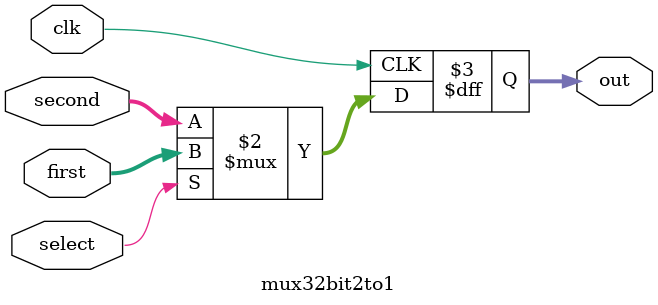
<source format=v>
`timescale 1ns / 1ps

module mux32bit2to1(input clk, 
						input select, 
						input [31:0] first, 
						input [31:0] second, 
						output reg [31:0] out);

always @(posedge clk)
begin

	out = select ? first : second;

end
endmodule 
</source>
